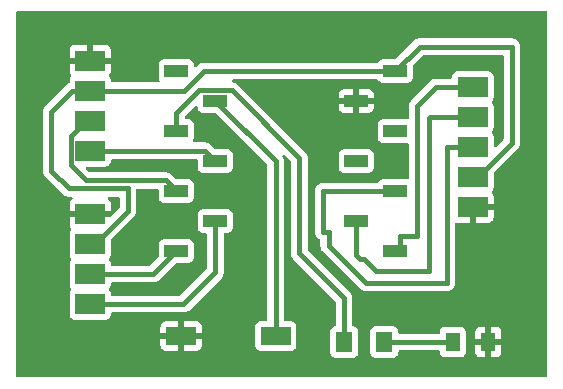
<source format=gbr>
%TF.GenerationSoftware,KiCad,Pcbnew,9.0.0*%
%TF.CreationDate,2025-06-16T13:17:37+03:00*%
%TF.ProjectId,fablab,6661626c-6162-42e6-9b69-6361645f7063,rev?*%
%TF.SameCoordinates,Original*%
%TF.FileFunction,Copper,L1,Top*%
%TF.FilePolarity,Positive*%
%FSLAX46Y46*%
G04 Gerber Fmt 4.6, Leading zero omitted, Abs format (unit mm)*
G04 Created by KiCad (PCBNEW 9.0.0) date 2025-06-16 13:17:37*
%MOMM*%
%LPD*%
G01*
G04 APERTURE LIST*
%TA.AperFunction,SMDPad,CuDef*%
%ADD10R,2.500000X1.700000*%
%TD*%
%TA.AperFunction,SMDPad,CuDef*%
%ADD11R,1.400000X1.700000*%
%TD*%
%TA.AperFunction,SMDPad,CuDef*%
%ADD12R,2.500000X1.500000*%
%TD*%
%TA.AperFunction,SMDPad,CuDef*%
%ADD13R,1.200000X1.600000*%
%TD*%
%TA.AperFunction,SMDPad,CuDef*%
%ADD14R,2.000000X1.000000*%
%TD*%
%TA.AperFunction,Conductor*%
%ADD15C,0.400000*%
%TD*%
G04 APERTURE END LIST*
D10*
%TO.P,J4,1,Pin_1*%
%TO.N,D7*%
X161700000Y-27400000D03*
%TO.P,J4,2,Pin_2*%
%TO.N,D8*%
X161700000Y-29940000D03*
%TO.P,J4,3,Pin_3*%
%TO.N,D9*%
X161700000Y-32480000D03*
%TO.P,J4,4,Pin_4*%
%TO.N,5V_ESP*%
X161700000Y-35020000D03*
%TO.P,J4,5,Pin_5*%
%TO.N,GND*%
X161700000Y-37560000D03*
%TD*%
D11*
%TO.P,D1,2,A*%
%TO.N,Net-(D1-A)*%
X154200000Y-49000000D03*
%TO.P,D1,1,K*%
%TO.N,D2*%
X150800000Y-49000000D03*
%TD*%
D12*
%TO.P,SW1,1,1*%
%TO.N,GND*%
X137000000Y-48500000D03*
%TO.P,SW1,2,2*%
%TO.N,D1*%
X145000000Y-48500000D03*
%TD*%
D13*
%TO.P,R1,1*%
%TO.N,Net-(D1-A)*%
X160000000Y-49000000D03*
%TO.P,R1,2*%
%TO.N,GND*%
X163000000Y-49000000D03*
%TD*%
D14*
%TO.P,M1,1,D0*%
%TO.N,unconnected-(M1-D0-Pad1)*%
X136595000Y-26070000D03*
%TO.P,M1,2,D1*%
%TO.N,D1*%
X139895000Y-28610000D03*
%TO.P,M1,3,D2*%
%TO.N,D2*%
X136595000Y-31150000D03*
%TO.P,M1,4,D3*%
%TO.N,D3*%
X139895000Y-33690000D03*
%TO.P,M1,5,D4*%
%TO.N,D4*%
X136595000Y-36230000D03*
%TO.P,M1,6,D5*%
%TO.N,D5*%
X139895000Y-38770000D03*
%TO.P,M1,7,D6*%
%TO.N,D6*%
X136595000Y-41310000D03*
%TO.P,M1,8,D7*%
%TO.N,D7*%
X155135000Y-41310000D03*
%TO.P,M1,9,D8*%
%TO.N,D8*%
X151835000Y-38770000D03*
%TO.P,M1,10,D9*%
%TO.N,D9*%
X155135000Y-36230000D03*
%TO.P,M1,11,D10*%
%TO.N,unconnected-(M1-D10-Pad11)*%
X151835000Y-33690000D03*
%TO.P,M1,12,3V3*%
%TO.N,3V3_ESP*%
X155135000Y-31150000D03*
%TO.P,M1,13,GND*%
%TO.N,GND*%
X151835000Y-28610000D03*
%TO.P,M1,14,5V*%
%TO.N,5V_ESP*%
X155135000Y-26070000D03*
%TD*%
D10*
%TO.P,J3,1,Pin_1*%
%TO.N,D5*%
X129300000Y-45800000D03*
%TO.P,J3,2,Pin_2*%
%TO.N,D6*%
X129300000Y-43260000D03*
%TO.P,J3,3,Pin_3*%
%TO.N,5V_ESP*%
X129300000Y-40720000D03*
%TO.P,J3,4,Pin_4*%
%TO.N,GND*%
X129300000Y-38180000D03*
%TD*%
%TO.P,J1,1,Pin_1*%
%TO.N,D3*%
X129300000Y-32800000D03*
%TO.P,J1,2,Pin_2*%
%TO.N,D4*%
X129300000Y-30260000D03*
%TO.P,J1,3,Pin_3*%
%TO.N,5V_ESP*%
X129300000Y-27720000D03*
%TO.P,J1,4,Pin_4*%
%TO.N,GND*%
X129300000Y-25180000D03*
%TD*%
D15*
%TO.N,D9*%
X149000000Y-36230000D02*
X155135000Y-36230000D01*
X149500000Y-39671000D02*
X149000000Y-39671000D01*
X149500000Y-40849942D02*
X149500000Y-39671000D01*
X152650058Y-44000000D02*
X149500000Y-40849942D01*
X159500000Y-44000000D02*
X152650058Y-44000000D01*
X159500000Y-32500000D02*
X159500000Y-44000000D01*
X159520000Y-32480000D02*
X159500000Y-32500000D01*
X161700000Y-32480000D02*
X159520000Y-32480000D01*
X149000000Y-39671000D02*
X149000000Y-36230000D01*
%TO.N,D2*%
X150800000Y-45300000D02*
X150800000Y-49000000D01*
X147000000Y-33413000D02*
X147000000Y-41500000D01*
X136595000Y-29608000D02*
X138494000Y-27709000D01*
X138494000Y-27709000D02*
X141296000Y-27709000D01*
X141296000Y-27709000D02*
X147000000Y-33413000D01*
X136595000Y-31150000D02*
X136595000Y-29608000D01*
X147000000Y-41500000D02*
X150800000Y-45300000D01*
%TO.N,D8*%
X151835000Y-41665000D02*
X151835000Y-38770000D01*
X153500000Y-43000000D02*
X152500000Y-42000000D01*
X152500000Y-42000000D02*
X152170000Y-42000000D01*
X158000000Y-43000000D02*
X153500000Y-43000000D01*
X158000000Y-30000000D02*
X158000000Y-43000000D01*
X152170000Y-42000000D02*
X151835000Y-41665000D01*
X158060000Y-29940000D02*
X158000000Y-30000000D01*
X161700000Y-29940000D02*
X158060000Y-29940000D01*
%TO.N,D7*%
X155500000Y-40000000D02*
X155500000Y-40945000D01*
X155500000Y-40945000D02*
X155135000Y-41310000D01*
X157000000Y-40000000D02*
X155500000Y-40000000D01*
X157000000Y-29000000D02*
X157000000Y-40000000D01*
X158600000Y-27400000D02*
X157000000Y-29000000D01*
X161700000Y-27400000D02*
X158600000Y-27400000D01*
%TO.N,5V_ESP*%
X162100000Y-35020000D02*
X161700000Y-35020000D01*
X157205000Y-24000000D02*
X165000000Y-24000000D01*
X165000000Y-24000000D02*
X165000000Y-32120000D01*
X155135000Y-26070000D02*
X157205000Y-24000000D01*
X165000000Y-32120000D02*
X162100000Y-35020000D01*
X126000000Y-34500000D02*
X126000000Y-29500000D01*
X126000000Y-29500000D02*
X127780000Y-27720000D01*
X127500000Y-36000000D02*
X126000000Y-34500000D01*
X132500000Y-36000000D02*
X127500000Y-36000000D01*
X127780000Y-27720000D02*
X129300000Y-27720000D01*
X132500000Y-37920000D02*
X132500000Y-36000000D01*
X129700000Y-40720000D02*
X132500000Y-37920000D01*
X129300000Y-40720000D02*
X129700000Y-40720000D01*
%TO.N,Net-(D1-A)*%
X154200000Y-49000000D02*
X160000000Y-49000000D01*
%TO.N,D9*%
X162062000Y-32480000D02*
X161700000Y-32480000D01*
%TO.N,D4*%
X127649000Y-34051000D02*
X128928000Y-35330000D01*
X128928000Y-35330000D02*
X135695000Y-35330000D01*
X127649000Y-31549000D02*
X127649000Y-34051000D01*
X128938000Y-30260000D02*
X127649000Y-31549000D01*
X129300000Y-30260000D02*
X128938000Y-30260000D01*
X135695000Y-35330000D02*
X136595000Y-36230000D01*
%TO.N,D6*%
X134645000Y-43260000D02*
X136595000Y-41310000D01*
X129300000Y-43260000D02*
X134645000Y-43260000D01*
%TO.N,D5*%
X139895000Y-43105000D02*
X139895000Y-38770000D01*
X137200000Y-45800000D02*
X139895000Y-43105000D01*
X129300000Y-45800000D02*
X137200000Y-45800000D01*
%TO.N,GND*%
X129662000Y-38180000D02*
X129300000Y-38180000D01*
%TO.N,5V_ESP*%
X161338000Y-35020000D02*
X161700000Y-35020000D01*
X138897000Y-26070000D02*
X155135000Y-26070000D01*
X129300000Y-27720000D02*
X137247000Y-27720000D01*
X137247000Y-27720000D02*
X138897000Y-26070000D01*
%TO.N,D3*%
X139005000Y-32800000D02*
X129300000Y-32800000D01*
X139895000Y-33690000D02*
X139005000Y-32800000D01*
%TO.N,D1*%
X145000000Y-33715000D02*
X139895000Y-28610000D01*
X145000000Y-48500000D02*
X145000000Y-33715000D01*
%TD*%
%TA.AperFunction,Conductor*%
%TO.N,GND*%
G36*
X167942539Y-21020185D02*
G01*
X167988294Y-21072989D01*
X167999500Y-21124500D01*
X167999500Y-51875500D01*
X167979815Y-51942539D01*
X167927011Y-51988294D01*
X167875500Y-51999500D01*
X123124500Y-51999500D01*
X123057461Y-51979815D01*
X123011706Y-51927011D01*
X123000500Y-51875500D01*
X123000500Y-49297844D01*
X135250000Y-49297844D01*
X135256401Y-49357372D01*
X135256403Y-49357379D01*
X135306645Y-49492086D01*
X135306649Y-49492093D01*
X135392809Y-49607187D01*
X135392812Y-49607190D01*
X135507906Y-49693350D01*
X135507913Y-49693354D01*
X135642620Y-49743596D01*
X135642627Y-49743598D01*
X135702155Y-49749999D01*
X135702172Y-49750000D01*
X136750000Y-49750000D01*
X137250000Y-49750000D01*
X138297828Y-49750000D01*
X138297844Y-49749999D01*
X138357372Y-49743598D01*
X138357379Y-49743596D01*
X138492086Y-49693354D01*
X138492093Y-49693350D01*
X138607187Y-49607190D01*
X138607190Y-49607187D01*
X138693350Y-49492093D01*
X138693354Y-49492086D01*
X138743596Y-49357379D01*
X138743598Y-49357372D01*
X138749999Y-49297844D01*
X138750000Y-49297827D01*
X138750000Y-48750000D01*
X137250000Y-48750000D01*
X137250000Y-49750000D01*
X136750000Y-49750000D01*
X136750000Y-48750000D01*
X135250000Y-48750000D01*
X135250000Y-49297844D01*
X123000500Y-49297844D01*
X123000500Y-47702155D01*
X135250000Y-47702155D01*
X135250000Y-48250000D01*
X136750000Y-48250000D01*
X137250000Y-48250000D01*
X138750000Y-48250000D01*
X138750000Y-47702172D01*
X138749999Y-47702155D01*
X138743598Y-47642627D01*
X138743596Y-47642620D01*
X138693354Y-47507913D01*
X138693350Y-47507906D01*
X138607190Y-47392812D01*
X138607187Y-47392809D01*
X138492093Y-47306649D01*
X138492086Y-47306645D01*
X138357379Y-47256403D01*
X138357372Y-47256401D01*
X138297844Y-47250000D01*
X137250000Y-47250000D01*
X137250000Y-48250000D01*
X136750000Y-48250000D01*
X136750000Y-47250000D01*
X135702155Y-47250000D01*
X135642627Y-47256401D01*
X135642620Y-47256403D01*
X135507913Y-47306645D01*
X135507906Y-47306649D01*
X135392812Y-47392809D01*
X135392809Y-47392812D01*
X135306649Y-47507906D01*
X135306645Y-47507913D01*
X135256403Y-47642620D01*
X135256401Y-47642627D01*
X135250000Y-47702155D01*
X123000500Y-47702155D01*
X123000500Y-34568996D01*
X125299499Y-34568996D01*
X125326418Y-34704322D01*
X125326421Y-34704332D01*
X125379222Y-34831807D01*
X125455887Y-34946545D01*
X125455888Y-34946546D01*
X126955886Y-36446542D01*
X127053458Y-36544114D01*
X127053459Y-36544115D01*
X127168182Y-36620771D01*
X127168186Y-36620773D01*
X127168189Y-36620775D01*
X127242866Y-36651707D01*
X127295671Y-36673580D01*
X127322591Y-36678934D01*
X127419630Y-36698237D01*
X127431006Y-36700500D01*
X127431007Y-36700500D01*
X127684015Y-36700500D01*
X127751054Y-36720185D01*
X127796809Y-36772989D01*
X127806753Y-36842147D01*
X127777728Y-36905703D01*
X127758326Y-36923767D01*
X127692809Y-36972813D01*
X127606649Y-37087906D01*
X127606645Y-37087913D01*
X127556403Y-37222620D01*
X127556401Y-37222627D01*
X127550000Y-37282155D01*
X127550000Y-37930000D01*
X131050000Y-37930000D01*
X131050000Y-37282172D01*
X131049999Y-37282155D01*
X131043598Y-37222627D01*
X131043596Y-37222620D01*
X130993354Y-37087913D01*
X130993350Y-37087906D01*
X130907190Y-36972813D01*
X130841674Y-36923767D01*
X130799803Y-36867833D01*
X130794819Y-36798141D01*
X130828304Y-36736818D01*
X130889628Y-36703334D01*
X130915985Y-36700500D01*
X131675500Y-36700500D01*
X131742539Y-36720185D01*
X131788294Y-36772989D01*
X131799500Y-36824500D01*
X131799500Y-37578481D01*
X131779815Y-37645520D01*
X131763181Y-37666162D01*
X131035662Y-38393681D01*
X130974339Y-38427166D01*
X130947981Y-38430000D01*
X127550000Y-38430000D01*
X127550000Y-39077844D01*
X127556401Y-39137372D01*
X127556403Y-39137379D01*
X127606645Y-39272086D01*
X127606646Y-39272088D01*
X127683890Y-39375272D01*
X127708307Y-39440736D01*
X127693456Y-39509009D01*
X127683890Y-39523894D01*
X127606204Y-39627669D01*
X127606202Y-39627671D01*
X127555908Y-39762517D01*
X127549501Y-39822116D01*
X127549500Y-39822135D01*
X127549500Y-41617870D01*
X127549501Y-41617876D01*
X127555908Y-41677483D01*
X127606202Y-41812328D01*
X127606203Y-41812330D01*
X127683578Y-41915689D01*
X127707995Y-41981153D01*
X127693144Y-42049426D01*
X127683578Y-42064311D01*
X127606203Y-42167669D01*
X127606202Y-42167671D01*
X127555908Y-42302517D01*
X127551146Y-42346818D01*
X127549501Y-42362123D01*
X127549500Y-42362135D01*
X127549500Y-44157870D01*
X127549501Y-44157876D01*
X127555908Y-44217483D01*
X127606202Y-44352328D01*
X127606203Y-44352330D01*
X127606204Y-44352331D01*
X127676730Y-44446542D01*
X127683578Y-44455689D01*
X127707995Y-44521153D01*
X127693144Y-44589426D01*
X127683578Y-44604311D01*
X127606203Y-44707669D01*
X127606202Y-44707671D01*
X127555908Y-44842517D01*
X127549501Y-44902116D01*
X127549501Y-44902123D01*
X127549500Y-44902135D01*
X127549500Y-46697870D01*
X127549501Y-46697876D01*
X127555908Y-46757483D01*
X127606202Y-46892328D01*
X127606206Y-46892335D01*
X127692452Y-47007544D01*
X127692455Y-47007547D01*
X127807664Y-47093793D01*
X127807671Y-47093797D01*
X127942517Y-47144091D01*
X127942516Y-47144091D01*
X127949444Y-47144835D01*
X128002127Y-47150500D01*
X130597872Y-47150499D01*
X130657483Y-47144091D01*
X130792331Y-47093796D01*
X130907546Y-47007546D01*
X130993796Y-46892331D01*
X131044091Y-46757483D01*
X131050500Y-46697873D01*
X131050500Y-46624500D01*
X131070185Y-46557461D01*
X131122989Y-46511706D01*
X131174500Y-46500500D01*
X137268996Y-46500500D01*
X137360040Y-46482389D01*
X137404328Y-46473580D01*
X137468069Y-46447177D01*
X137531807Y-46420777D01*
X137531808Y-46420776D01*
X137531811Y-46420775D01*
X137646543Y-46344114D01*
X140439114Y-43551543D01*
X140515775Y-43436811D01*
X140568580Y-43309328D01*
X140595500Y-43173994D01*
X140595500Y-43036006D01*
X140595500Y-39894499D01*
X140615185Y-39827460D01*
X140667989Y-39781705D01*
X140719500Y-39770499D01*
X140942871Y-39770499D01*
X140942872Y-39770499D01*
X141002483Y-39764091D01*
X141137331Y-39713796D01*
X141252546Y-39627546D01*
X141338796Y-39512331D01*
X141389091Y-39377483D01*
X141395500Y-39317873D01*
X141395499Y-38222128D01*
X141389091Y-38162517D01*
X141374847Y-38124328D01*
X141338797Y-38027671D01*
X141338793Y-38027664D01*
X141252547Y-37912455D01*
X141252544Y-37912452D01*
X141137335Y-37826206D01*
X141137328Y-37826202D01*
X141002482Y-37775908D01*
X141002483Y-37775908D01*
X140942883Y-37769501D01*
X140942881Y-37769500D01*
X140942873Y-37769500D01*
X140942864Y-37769500D01*
X138847129Y-37769500D01*
X138847123Y-37769501D01*
X138787516Y-37775908D01*
X138652671Y-37826202D01*
X138652664Y-37826206D01*
X138537455Y-37912452D01*
X138537452Y-37912455D01*
X138451206Y-38027664D01*
X138451202Y-38027671D01*
X138400908Y-38162517D01*
X138394501Y-38222116D01*
X138394501Y-38222123D01*
X138394500Y-38222135D01*
X138394500Y-39317870D01*
X138394501Y-39317876D01*
X138400908Y-39377483D01*
X138451202Y-39512328D01*
X138451206Y-39512335D01*
X138537452Y-39627544D01*
X138537455Y-39627547D01*
X138652664Y-39713793D01*
X138652671Y-39713797D01*
X138697618Y-39730561D01*
X138787517Y-39764091D01*
X138847127Y-39770500D01*
X139070500Y-39770499D01*
X139137539Y-39790183D01*
X139183294Y-39842987D01*
X139194500Y-39894499D01*
X139194500Y-42763481D01*
X139174815Y-42830520D01*
X139158181Y-42851162D01*
X136946162Y-45063181D01*
X136884839Y-45096666D01*
X136858481Y-45099500D01*
X131174499Y-45099500D01*
X131107460Y-45079815D01*
X131061705Y-45027011D01*
X131050499Y-44975500D01*
X131050499Y-44902129D01*
X131050498Y-44902123D01*
X131050497Y-44902116D01*
X131044091Y-44842517D01*
X130993796Y-44707669D01*
X130916421Y-44604309D01*
X130892004Y-44538848D01*
X130906855Y-44470575D01*
X130916416Y-44455696D01*
X130993796Y-44352331D01*
X131044091Y-44217483D01*
X131050500Y-44157873D01*
X131050500Y-44084500D01*
X131070185Y-44017461D01*
X131122989Y-43971706D01*
X131174500Y-43960500D01*
X134713996Y-43960500D01*
X134805040Y-43942389D01*
X134849328Y-43933580D01*
X134913069Y-43907177D01*
X134976807Y-43880777D01*
X134976808Y-43880776D01*
X134976811Y-43880775D01*
X135091543Y-43804114D01*
X136548837Y-42346817D01*
X136610160Y-42313333D01*
X136636518Y-42310499D01*
X137642871Y-42310499D01*
X137642872Y-42310499D01*
X137702483Y-42304091D01*
X137837331Y-42253796D01*
X137952546Y-42167546D01*
X138038796Y-42052331D01*
X138089091Y-41917483D01*
X138095500Y-41857873D01*
X138095499Y-40762128D01*
X138089091Y-40702517D01*
X138078298Y-40673580D01*
X138038797Y-40567671D01*
X138038793Y-40567664D01*
X137952547Y-40452455D01*
X137952544Y-40452452D01*
X137837335Y-40366206D01*
X137837328Y-40366202D01*
X137702482Y-40315908D01*
X137702483Y-40315908D01*
X137642883Y-40309501D01*
X137642881Y-40309500D01*
X137642873Y-40309500D01*
X137642864Y-40309500D01*
X135547129Y-40309500D01*
X135547123Y-40309501D01*
X135487516Y-40315908D01*
X135352671Y-40366202D01*
X135352664Y-40366206D01*
X135237455Y-40452452D01*
X135237452Y-40452455D01*
X135151206Y-40567664D01*
X135151202Y-40567671D01*
X135100908Y-40702517D01*
X135094501Y-40762116D01*
X135094501Y-40762123D01*
X135094500Y-40762135D01*
X135094500Y-41768480D01*
X135074815Y-41835519D01*
X135058181Y-41856161D01*
X134391162Y-42523181D01*
X134329839Y-42556666D01*
X134303481Y-42559500D01*
X131174499Y-42559500D01*
X131107460Y-42539815D01*
X131061705Y-42487011D01*
X131050499Y-42435500D01*
X131050499Y-42362129D01*
X131050498Y-42362123D01*
X131050497Y-42362116D01*
X131044091Y-42302517D01*
X131038786Y-42288294D01*
X130993797Y-42167671D01*
X130993795Y-42167668D01*
X130916421Y-42064309D01*
X130892004Y-41998848D01*
X130906855Y-41930575D01*
X130916416Y-41915696D01*
X130993796Y-41812331D01*
X131044091Y-41677483D01*
X131050500Y-41617873D01*
X131050499Y-40411517D01*
X131070184Y-40344479D01*
X131086813Y-40323842D01*
X133044114Y-38366543D01*
X133120775Y-38251811D01*
X133133071Y-38222127D01*
X133173578Y-38124332D01*
X133173580Y-38124328D01*
X133200500Y-37988994D01*
X133200500Y-37851006D01*
X133200500Y-36154500D01*
X133220185Y-36087461D01*
X133272989Y-36041706D01*
X133324500Y-36030500D01*
X134970500Y-36030500D01*
X135037539Y-36050185D01*
X135083294Y-36102989D01*
X135094500Y-36154500D01*
X135094500Y-36777870D01*
X135094501Y-36777876D01*
X135100908Y-36837483D01*
X135151202Y-36972328D01*
X135151206Y-36972335D01*
X135237452Y-37087544D01*
X135237455Y-37087547D01*
X135352664Y-37173793D01*
X135352671Y-37173797D01*
X135487517Y-37224091D01*
X135487516Y-37224091D01*
X135494444Y-37224835D01*
X135547127Y-37230500D01*
X137642872Y-37230499D01*
X137702483Y-37224091D01*
X137837331Y-37173796D01*
X137952546Y-37087546D01*
X138038796Y-36972331D01*
X138089091Y-36837483D01*
X138095500Y-36777873D01*
X138095499Y-35682128D01*
X138089091Y-35622517D01*
X138084133Y-35609225D01*
X138038797Y-35487671D01*
X138038793Y-35487664D01*
X137952547Y-35372455D01*
X137952544Y-35372452D01*
X137837335Y-35286206D01*
X137837328Y-35286202D01*
X137702482Y-35235908D01*
X137702483Y-35235908D01*
X137642883Y-35229501D01*
X137642881Y-35229500D01*
X137642873Y-35229500D01*
X137642865Y-35229500D01*
X136636519Y-35229500D01*
X136569480Y-35209815D01*
X136548838Y-35193181D01*
X136141546Y-34785888D01*
X136141545Y-34785887D01*
X136026807Y-34709222D01*
X135899332Y-34656421D01*
X135899322Y-34656418D01*
X135763996Y-34629500D01*
X135763994Y-34629500D01*
X135763993Y-34629500D01*
X129269519Y-34629500D01*
X129202480Y-34609815D01*
X129181838Y-34593181D01*
X128950837Y-34362180D01*
X128917352Y-34300857D01*
X128922336Y-34231165D01*
X128964208Y-34175232D01*
X129029672Y-34150815D01*
X129038518Y-34150499D01*
X130597871Y-34150499D01*
X130597872Y-34150499D01*
X130657483Y-34144091D01*
X130792331Y-34093796D01*
X130907546Y-34007546D01*
X130993796Y-33892331D01*
X131044091Y-33757483D01*
X131050500Y-33697873D01*
X131050500Y-33624500D01*
X131070185Y-33557461D01*
X131122989Y-33511706D01*
X131174500Y-33500500D01*
X138270500Y-33500500D01*
X138337539Y-33520185D01*
X138383294Y-33572989D01*
X138394500Y-33624500D01*
X138394500Y-34237870D01*
X138394501Y-34237876D01*
X138400908Y-34297483D01*
X138451202Y-34432328D01*
X138451206Y-34432335D01*
X138537452Y-34547544D01*
X138537455Y-34547547D01*
X138652664Y-34633793D01*
X138652671Y-34633797D01*
X138787517Y-34684091D01*
X138787516Y-34684091D01*
X138794444Y-34684835D01*
X138847127Y-34690500D01*
X140942872Y-34690499D01*
X141002483Y-34684091D01*
X141137331Y-34633796D01*
X141252546Y-34547546D01*
X141338796Y-34432331D01*
X141389091Y-34297483D01*
X141395500Y-34237873D01*
X141395499Y-33142128D01*
X141389091Y-33082517D01*
X141388594Y-33081185D01*
X141338797Y-32947671D01*
X141338793Y-32947664D01*
X141252547Y-32832455D01*
X141252544Y-32832452D01*
X141137335Y-32746206D01*
X141137328Y-32746202D01*
X141002482Y-32695908D01*
X141002483Y-32695908D01*
X140942883Y-32689501D01*
X140942881Y-32689500D01*
X140942873Y-32689500D01*
X140942865Y-32689500D01*
X139936519Y-32689500D01*
X139869480Y-32669815D01*
X139848838Y-32653181D01*
X139451546Y-32255888D01*
X139451545Y-32255887D01*
X139336807Y-32179222D01*
X139209332Y-32126421D01*
X139209322Y-32126418D01*
X139073996Y-32099500D01*
X139073994Y-32099500D01*
X139073993Y-32099500D01*
X138131432Y-32099500D01*
X138064393Y-32079815D01*
X138018638Y-32027011D01*
X138008694Y-31957853D01*
X138032165Y-31901190D01*
X138035679Y-31896494D01*
X138038796Y-31892331D01*
X138089091Y-31757483D01*
X138095500Y-31697873D01*
X138095499Y-30602128D01*
X138089091Y-30542517D01*
X138038796Y-30407669D01*
X138038795Y-30407668D01*
X138038793Y-30407664D01*
X137952547Y-30292455D01*
X137952544Y-30292452D01*
X137837335Y-30206206D01*
X137837328Y-30206202D01*
X137702482Y-30155908D01*
X137702483Y-30155908D01*
X137642883Y-30149501D01*
X137642881Y-30149500D01*
X137642873Y-30149500D01*
X137642865Y-30149500D01*
X137419500Y-30149500D01*
X137410814Y-30146949D01*
X137401853Y-30148238D01*
X137377812Y-30137259D01*
X137352461Y-30129815D01*
X137346533Y-30122974D01*
X137338297Y-30119213D01*
X137324007Y-30096978D01*
X137306706Y-30077011D01*
X137304418Y-30066496D01*
X137300523Y-30060435D01*
X137295500Y-30025500D01*
X137295500Y-29949518D01*
X137315185Y-29882479D01*
X137331814Y-29861841D01*
X138182821Y-29010834D01*
X138244142Y-28977351D01*
X138313833Y-28982335D01*
X138369767Y-29024207D01*
X138394184Y-29089671D01*
X138394500Y-29098515D01*
X138394500Y-29157869D01*
X138394501Y-29157876D01*
X138400908Y-29217483D01*
X138451202Y-29352328D01*
X138451206Y-29352335D01*
X138537452Y-29467544D01*
X138537455Y-29467547D01*
X138652664Y-29553793D01*
X138652671Y-29553797D01*
X138787517Y-29604091D01*
X138787516Y-29604091D01*
X138794444Y-29604835D01*
X138847127Y-29610500D01*
X139853480Y-29610499D01*
X139920519Y-29630183D01*
X139941161Y-29646818D01*
X144263181Y-33968838D01*
X144296666Y-34030161D01*
X144299500Y-34056519D01*
X144299500Y-47125500D01*
X144279815Y-47192539D01*
X144227011Y-47238294D01*
X144175500Y-47249500D01*
X143702129Y-47249500D01*
X143702123Y-47249501D01*
X143642516Y-47255908D01*
X143507671Y-47306202D01*
X143507664Y-47306206D01*
X143392455Y-47392452D01*
X143392452Y-47392455D01*
X143306206Y-47507664D01*
X143306202Y-47507671D01*
X143255908Y-47642517D01*
X143249501Y-47702116D01*
X143249501Y-47702123D01*
X143249500Y-47702135D01*
X143249500Y-49297870D01*
X143249501Y-49297876D01*
X143255908Y-49357483D01*
X143306202Y-49492328D01*
X143306206Y-49492335D01*
X143392452Y-49607544D01*
X143392455Y-49607547D01*
X143507664Y-49693793D01*
X143507671Y-49693797D01*
X143642517Y-49744091D01*
X143642516Y-49744091D01*
X143649444Y-49744835D01*
X143702127Y-49750500D01*
X146297872Y-49750499D01*
X146357483Y-49744091D01*
X146492331Y-49693796D01*
X146607546Y-49607546D01*
X146693796Y-49492331D01*
X146744091Y-49357483D01*
X146750500Y-49297873D01*
X146750499Y-47702128D01*
X146744091Y-47642517D01*
X146739262Y-47629571D01*
X146693797Y-47507671D01*
X146693793Y-47507664D01*
X146607547Y-47392455D01*
X146607544Y-47392452D01*
X146492335Y-47306206D01*
X146492328Y-47306202D01*
X146357482Y-47255908D01*
X146357483Y-47255908D01*
X146297883Y-47249501D01*
X146297881Y-47249500D01*
X146297873Y-47249500D01*
X146297865Y-47249500D01*
X145824500Y-47249500D01*
X145757461Y-47229815D01*
X145711706Y-47177011D01*
X145700500Y-47125500D01*
X145700500Y-33646004D01*
X145673581Y-33510677D01*
X145673580Y-33510676D01*
X145673580Y-33510672D01*
X145661701Y-33481994D01*
X145620775Y-33383189D01*
X145593134Y-33341822D01*
X145589449Y-33334259D01*
X145584960Y-33307774D01*
X145576937Y-33282149D01*
X145579212Y-33273854D01*
X145577775Y-33265371D01*
X145588317Y-33240665D01*
X145595422Y-33214769D01*
X145601821Y-33209020D01*
X145605198Y-33201108D01*
X145627418Y-33186027D01*
X145647400Y-33168079D01*
X145655892Y-33166702D01*
X145663011Y-33161872D01*
X145689858Y-33161198D01*
X145716370Y-33156903D01*
X145724258Y-33160336D01*
X145732859Y-33160121D01*
X145755810Y-33174070D01*
X145780434Y-33184789D01*
X145788598Y-33192255D01*
X146263181Y-33666838D01*
X146296666Y-33728161D01*
X146299500Y-33754519D01*
X146299500Y-41431006D01*
X146299500Y-41568994D01*
X146299500Y-41568996D01*
X146299499Y-41568996D01*
X146326418Y-41704322D01*
X146326421Y-41704332D01*
X146379222Y-41831807D01*
X146455887Y-41946545D01*
X146455888Y-41946546D01*
X150063181Y-45553838D01*
X150096666Y-45615161D01*
X150099500Y-45641519D01*
X150099500Y-47533023D01*
X150079815Y-47600062D01*
X150027011Y-47645817D01*
X149999865Y-47653266D01*
X150000068Y-47654124D01*
X149992520Y-47655907D01*
X149857671Y-47706202D01*
X149857664Y-47706206D01*
X149742455Y-47792452D01*
X149742452Y-47792455D01*
X149656206Y-47907664D01*
X149656202Y-47907671D01*
X149605908Y-48042517D01*
X149600533Y-48092516D01*
X149599501Y-48102123D01*
X149599500Y-48102135D01*
X149599500Y-49897870D01*
X149599501Y-49897876D01*
X149605908Y-49957483D01*
X149656202Y-50092328D01*
X149656206Y-50092335D01*
X149742452Y-50207544D01*
X149742455Y-50207547D01*
X149857664Y-50293793D01*
X149857671Y-50293797D01*
X149992517Y-50344091D01*
X149992516Y-50344091D01*
X149999444Y-50344835D01*
X150052127Y-50350500D01*
X151547872Y-50350499D01*
X151607483Y-50344091D01*
X151742331Y-50293796D01*
X151857546Y-50207546D01*
X151943796Y-50092331D01*
X151994091Y-49957483D01*
X152000500Y-49897873D01*
X152000499Y-48102135D01*
X152999500Y-48102135D01*
X152999500Y-49897870D01*
X152999501Y-49897876D01*
X153005908Y-49957483D01*
X153056202Y-50092328D01*
X153056206Y-50092335D01*
X153142452Y-50207544D01*
X153142455Y-50207547D01*
X153257664Y-50293793D01*
X153257671Y-50293797D01*
X153392517Y-50344091D01*
X153392516Y-50344091D01*
X153399444Y-50344835D01*
X153452127Y-50350500D01*
X154947872Y-50350499D01*
X155007483Y-50344091D01*
X155142331Y-50293796D01*
X155257546Y-50207546D01*
X155343796Y-50092331D01*
X155394091Y-49957483D01*
X155400500Y-49897873D01*
X155400500Y-49824500D01*
X155420185Y-49757461D01*
X155472989Y-49711706D01*
X155524500Y-49700500D01*
X158775501Y-49700500D01*
X158842540Y-49720185D01*
X158888295Y-49772989D01*
X158899501Y-49824500D01*
X158899501Y-49847876D01*
X158905908Y-49907483D01*
X158956202Y-50042328D01*
X158956206Y-50042335D01*
X159042452Y-50157544D01*
X159042455Y-50157547D01*
X159157664Y-50243793D01*
X159157671Y-50243797D01*
X159292517Y-50294091D01*
X159292516Y-50294091D01*
X159299444Y-50294835D01*
X159352127Y-50300500D01*
X160647872Y-50300499D01*
X160707483Y-50294091D01*
X160842331Y-50243796D01*
X160957546Y-50157546D01*
X161043796Y-50042331D01*
X161094091Y-49907483D01*
X161100500Y-49847873D01*
X161100500Y-49847844D01*
X161900000Y-49847844D01*
X161906401Y-49907372D01*
X161906403Y-49907379D01*
X161956645Y-50042086D01*
X161956649Y-50042093D01*
X162042809Y-50157187D01*
X162042812Y-50157190D01*
X162157906Y-50243350D01*
X162157913Y-50243354D01*
X162292620Y-50293596D01*
X162292627Y-50293598D01*
X162352155Y-50299999D01*
X162352172Y-50300000D01*
X162750000Y-50300000D01*
X163250000Y-50300000D01*
X163647828Y-50300000D01*
X163647844Y-50299999D01*
X163707372Y-50293598D01*
X163707379Y-50293596D01*
X163842086Y-50243354D01*
X163842093Y-50243350D01*
X163957187Y-50157190D01*
X163957190Y-50157187D01*
X164043350Y-50042093D01*
X164043354Y-50042086D01*
X164093596Y-49907379D01*
X164093598Y-49907372D01*
X164099999Y-49847844D01*
X164100000Y-49847827D01*
X164100000Y-49250000D01*
X163250000Y-49250000D01*
X163250000Y-50300000D01*
X162750000Y-50300000D01*
X162750000Y-49250000D01*
X161900000Y-49250000D01*
X161900000Y-49847844D01*
X161100500Y-49847844D01*
X161100499Y-48750000D01*
X161100499Y-48152155D01*
X161900000Y-48152155D01*
X161900000Y-48750000D01*
X162750000Y-48750000D01*
X163250000Y-48750000D01*
X164100000Y-48750000D01*
X164100000Y-48152172D01*
X164099999Y-48152155D01*
X164093598Y-48092627D01*
X164093596Y-48092620D01*
X164043354Y-47957913D01*
X164043350Y-47957906D01*
X163957190Y-47842812D01*
X163957187Y-47842809D01*
X163842093Y-47756649D01*
X163842086Y-47756645D01*
X163707379Y-47706403D01*
X163707372Y-47706401D01*
X163647844Y-47700000D01*
X163250000Y-47700000D01*
X163250000Y-48750000D01*
X162750000Y-48750000D01*
X162750000Y-47700000D01*
X162352155Y-47700000D01*
X162292627Y-47706401D01*
X162292620Y-47706403D01*
X162157913Y-47756645D01*
X162157906Y-47756649D01*
X162042812Y-47842809D01*
X162042809Y-47842812D01*
X161956649Y-47957906D01*
X161956645Y-47957913D01*
X161906403Y-48092620D01*
X161906401Y-48092627D01*
X161900000Y-48152155D01*
X161100499Y-48152155D01*
X161100499Y-48152129D01*
X161100498Y-48152123D01*
X161100497Y-48152116D01*
X161094091Y-48092517D01*
X161075442Y-48042517D01*
X161043797Y-47957671D01*
X161043793Y-47957664D01*
X160957547Y-47842455D01*
X160957544Y-47842452D01*
X160842335Y-47756206D01*
X160842328Y-47756202D01*
X160707482Y-47705908D01*
X160707483Y-47705908D01*
X160647883Y-47699501D01*
X160647881Y-47699500D01*
X160647873Y-47699500D01*
X160647864Y-47699500D01*
X159352129Y-47699500D01*
X159352123Y-47699501D01*
X159292516Y-47705908D01*
X159157671Y-47756202D01*
X159157664Y-47756206D01*
X159042455Y-47842452D01*
X159042452Y-47842455D01*
X158956206Y-47957664D01*
X158956202Y-47957671D01*
X158905908Y-48092517D01*
X158899501Y-48152116D01*
X158899501Y-48152123D01*
X158899500Y-48152135D01*
X158899500Y-48175500D01*
X158879815Y-48242539D01*
X158827011Y-48288294D01*
X158775500Y-48299500D01*
X155524499Y-48299500D01*
X155457460Y-48279815D01*
X155411705Y-48227011D01*
X155400499Y-48175500D01*
X155400499Y-48102129D01*
X155400498Y-48102123D01*
X155400497Y-48102116D01*
X155394091Y-48042517D01*
X155343796Y-47907669D01*
X155343795Y-47907668D01*
X155343793Y-47907664D01*
X155257547Y-47792455D01*
X155257544Y-47792452D01*
X155142335Y-47706206D01*
X155142328Y-47706202D01*
X155007482Y-47655908D01*
X155007483Y-47655908D01*
X154947883Y-47649501D01*
X154947881Y-47649500D01*
X154947873Y-47649500D01*
X154947864Y-47649500D01*
X153452129Y-47649500D01*
X153452123Y-47649501D01*
X153392516Y-47655908D01*
X153257671Y-47706202D01*
X153257664Y-47706206D01*
X153142455Y-47792452D01*
X153142452Y-47792455D01*
X153056206Y-47907664D01*
X153056202Y-47907671D01*
X153005908Y-48042517D01*
X153000533Y-48092516D01*
X152999501Y-48102123D01*
X152999500Y-48102135D01*
X152000499Y-48102135D01*
X152000499Y-48102128D01*
X151994091Y-48042517D01*
X151943796Y-47907669D01*
X151943795Y-47907668D01*
X151943793Y-47907664D01*
X151857547Y-47792455D01*
X151857544Y-47792452D01*
X151742335Y-47706206D01*
X151742328Y-47706202D01*
X151607482Y-47655908D01*
X151599938Y-47654126D01*
X151600474Y-47651853D01*
X151546688Y-47629571D01*
X151506843Y-47572177D01*
X151500500Y-47533024D01*
X151500500Y-45231004D01*
X151473581Y-45095677D01*
X151473580Y-45095676D01*
X151473580Y-45095672D01*
X151445140Y-45027011D01*
X151420777Y-44968192D01*
X151344112Y-44853454D01*
X147736819Y-41246161D01*
X147703334Y-41184838D01*
X147700500Y-41158480D01*
X147700500Y-33344004D01*
X147673581Y-33208676D01*
X147673577Y-33208663D01*
X147664310Y-33186292D01*
X147664298Y-33186265D01*
X147659044Y-33173580D01*
X147659043Y-33173577D01*
X147646020Y-33142135D01*
X150334500Y-33142135D01*
X150334500Y-34237870D01*
X150334501Y-34237876D01*
X150340908Y-34297483D01*
X150391202Y-34432328D01*
X150391206Y-34432335D01*
X150477452Y-34547544D01*
X150477455Y-34547547D01*
X150592664Y-34633793D01*
X150592671Y-34633797D01*
X150727517Y-34684091D01*
X150727516Y-34684091D01*
X150734444Y-34684835D01*
X150787127Y-34690500D01*
X152882872Y-34690499D01*
X152942483Y-34684091D01*
X153077331Y-34633796D01*
X153192546Y-34547546D01*
X153278796Y-34432331D01*
X153329091Y-34297483D01*
X153335500Y-34237873D01*
X153335499Y-33142128D01*
X153329091Y-33082517D01*
X153328594Y-33081185D01*
X153278797Y-32947671D01*
X153278793Y-32947664D01*
X153192547Y-32832455D01*
X153192544Y-32832452D01*
X153077335Y-32746206D01*
X153077328Y-32746202D01*
X152942482Y-32695908D01*
X152942483Y-32695908D01*
X152882883Y-32689501D01*
X152882881Y-32689500D01*
X152882873Y-32689500D01*
X152882864Y-32689500D01*
X150787129Y-32689500D01*
X150787123Y-32689501D01*
X150727516Y-32695908D01*
X150592671Y-32746202D01*
X150592664Y-32746206D01*
X150477455Y-32832452D01*
X150477452Y-32832455D01*
X150391206Y-32947664D01*
X150391202Y-32947671D01*
X150340908Y-33082517D01*
X150334501Y-33142116D01*
X150334501Y-33142123D01*
X150334500Y-33142135D01*
X147646020Y-33142135D01*
X147620778Y-33081195D01*
X147620776Y-33081192D01*
X147620775Y-33081189D01*
X147544114Y-32966457D01*
X147544112Y-32966454D01*
X143735502Y-29157844D01*
X150335000Y-29157844D01*
X150341401Y-29217372D01*
X150341403Y-29217379D01*
X150391645Y-29352086D01*
X150391649Y-29352093D01*
X150477809Y-29467187D01*
X150477812Y-29467190D01*
X150592906Y-29553350D01*
X150592913Y-29553354D01*
X150727620Y-29603596D01*
X150727627Y-29603598D01*
X150787155Y-29609999D01*
X150787172Y-29610000D01*
X151585000Y-29610000D01*
X152085000Y-29610000D01*
X152882828Y-29610000D01*
X152882844Y-29609999D01*
X152942372Y-29603598D01*
X152942379Y-29603596D01*
X153077086Y-29553354D01*
X153077093Y-29553350D01*
X153192187Y-29467190D01*
X153192190Y-29467187D01*
X153278350Y-29352093D01*
X153278354Y-29352086D01*
X153328596Y-29217379D01*
X153328598Y-29217372D01*
X153334999Y-29157844D01*
X153335000Y-29157827D01*
X153335000Y-28860000D01*
X152085000Y-28860000D01*
X152085000Y-29610000D01*
X151585000Y-29610000D01*
X151585000Y-28860000D01*
X150335000Y-28860000D01*
X150335000Y-29157844D01*
X143735502Y-29157844D01*
X142639813Y-28062155D01*
X150335000Y-28062155D01*
X150335000Y-28360000D01*
X151585000Y-28360000D01*
X152085000Y-28360000D01*
X153335000Y-28360000D01*
X153335000Y-28062172D01*
X153334999Y-28062155D01*
X153328598Y-28002627D01*
X153328596Y-28002620D01*
X153278354Y-27867913D01*
X153278350Y-27867906D01*
X153192190Y-27752812D01*
X153192187Y-27752809D01*
X153077093Y-27666649D01*
X153077086Y-27666645D01*
X152942379Y-27616403D01*
X152942372Y-27616401D01*
X152882844Y-27610000D01*
X152085000Y-27610000D01*
X152085000Y-28360000D01*
X151585000Y-28360000D01*
X151585000Y-27610000D01*
X150787155Y-27610000D01*
X150727627Y-27616401D01*
X150727620Y-27616403D01*
X150592913Y-27666645D01*
X150592906Y-27666649D01*
X150477812Y-27752809D01*
X150477809Y-27752812D01*
X150391649Y-27867906D01*
X150391645Y-27867913D01*
X150341403Y-28002620D01*
X150341401Y-28002627D01*
X150335000Y-28062155D01*
X142639813Y-28062155D01*
X141742545Y-27164887D01*
X141627807Y-27088222D01*
X141500332Y-27035421D01*
X141500322Y-27035418D01*
X141403289Y-27016117D01*
X141341378Y-26983732D01*
X141306804Y-26923016D01*
X141310544Y-26853247D01*
X141351411Y-26796575D01*
X141416429Y-26770993D01*
X141427481Y-26770500D01*
X153597820Y-26770500D01*
X153664859Y-26790185D01*
X153697085Y-26820187D01*
X153777454Y-26927546D01*
X153803456Y-26947011D01*
X153892664Y-27013793D01*
X153892671Y-27013797D01*
X154027517Y-27064091D01*
X154027516Y-27064091D01*
X154034444Y-27064835D01*
X154087127Y-27070500D01*
X156182872Y-27070499D01*
X156242483Y-27064091D01*
X156377331Y-27013796D01*
X156492546Y-26927546D01*
X156578796Y-26812331D01*
X156629091Y-26677483D01*
X156635500Y-26617873D01*
X156635499Y-25611517D01*
X156655183Y-25544479D01*
X156671813Y-25523842D01*
X157458838Y-24736819D01*
X157520161Y-24703334D01*
X157546519Y-24700500D01*
X164175500Y-24700500D01*
X164242539Y-24720185D01*
X164288294Y-24772989D01*
X164299500Y-24824500D01*
X164299500Y-31778481D01*
X164279815Y-31845520D01*
X164263181Y-31866162D01*
X163662180Y-32467163D01*
X163600857Y-32500648D01*
X163531165Y-32495664D01*
X163475232Y-32453792D01*
X163450815Y-32388328D01*
X163450499Y-32379482D01*
X163450499Y-31582129D01*
X163450498Y-31582123D01*
X163450497Y-31582116D01*
X163444091Y-31522517D01*
X163434578Y-31497012D01*
X163393797Y-31387671D01*
X163393795Y-31387668D01*
X163316421Y-31284309D01*
X163292004Y-31218848D01*
X163306855Y-31150575D01*
X163316416Y-31135696D01*
X163393796Y-31032331D01*
X163444091Y-30897483D01*
X163450500Y-30837873D01*
X163450499Y-29042128D01*
X163444091Y-28982517D01*
X163442164Y-28977351D01*
X163393797Y-28847671D01*
X163393795Y-28847668D01*
X163316421Y-28744309D01*
X163292004Y-28678848D01*
X163306855Y-28610575D01*
X163316416Y-28595696D01*
X163393796Y-28492331D01*
X163444091Y-28357483D01*
X163450500Y-28297873D01*
X163450499Y-26502128D01*
X163444091Y-26442517D01*
X163419010Y-26375272D01*
X163393797Y-26307671D01*
X163393793Y-26307664D01*
X163307547Y-26192455D01*
X163307544Y-26192452D01*
X163192335Y-26106206D01*
X163192328Y-26106202D01*
X163057482Y-26055908D01*
X163057483Y-26055908D01*
X162997883Y-26049501D01*
X162997881Y-26049500D01*
X162997873Y-26049500D01*
X162997864Y-26049500D01*
X160402129Y-26049500D01*
X160402123Y-26049501D01*
X160342516Y-26055908D01*
X160207671Y-26106202D01*
X160207664Y-26106206D01*
X160092455Y-26192452D01*
X160092452Y-26192455D01*
X160006206Y-26307664D01*
X160006202Y-26307671D01*
X159955908Y-26442517D01*
X159949501Y-26502116D01*
X159949501Y-26502123D01*
X159949500Y-26502135D01*
X159949500Y-26575500D01*
X159929815Y-26642539D01*
X159877011Y-26688294D01*
X159825500Y-26699500D01*
X158531004Y-26699500D01*
X158395677Y-26726418D01*
X158395667Y-26726421D01*
X158268192Y-26779222D01*
X158153454Y-26855887D01*
X156455890Y-28553451D01*
X156455884Y-28553458D01*
X156427521Y-28595908D01*
X156427521Y-28595909D01*
X156379228Y-28668183D01*
X156379221Y-28668195D01*
X156326421Y-28795667D01*
X156326418Y-28795677D01*
X156299500Y-28931004D01*
X156299500Y-30025500D01*
X156279815Y-30092539D01*
X156227011Y-30138294D01*
X156175500Y-30149500D01*
X154087129Y-30149500D01*
X154087123Y-30149501D01*
X154027516Y-30155908D01*
X153892671Y-30206202D01*
X153892664Y-30206206D01*
X153777455Y-30292452D01*
X153777452Y-30292455D01*
X153691206Y-30407664D01*
X153691202Y-30407671D01*
X153640908Y-30542517D01*
X153634501Y-30602116D01*
X153634501Y-30602123D01*
X153634500Y-30602135D01*
X153634500Y-31697870D01*
X153634501Y-31697876D01*
X153640908Y-31757483D01*
X153691202Y-31892328D01*
X153691206Y-31892335D01*
X153777452Y-32007544D01*
X153777455Y-32007547D01*
X153892664Y-32093793D01*
X153892671Y-32093797D01*
X154027517Y-32144091D01*
X154027516Y-32144091D01*
X154034444Y-32144835D01*
X154087127Y-32150500D01*
X156175500Y-32150499D01*
X156242539Y-32170184D01*
X156288294Y-32222987D01*
X156299500Y-32274499D01*
X156299500Y-35105500D01*
X156279815Y-35172539D01*
X156227011Y-35218294D01*
X156175500Y-35229500D01*
X154087129Y-35229500D01*
X154087123Y-35229501D01*
X154027516Y-35235908D01*
X153892671Y-35286202D01*
X153892664Y-35286206D01*
X153777456Y-35372452D01*
X153777455Y-35372453D01*
X153777454Y-35372454D01*
X153697087Y-35479811D01*
X153641153Y-35521682D01*
X153597820Y-35529500D01*
X148931005Y-35529500D01*
X148795677Y-35556418D01*
X148795667Y-35556421D01*
X148668195Y-35609221D01*
X148668182Y-35609228D01*
X148553458Y-35685885D01*
X148553454Y-35685888D01*
X148455888Y-35783454D01*
X148455885Y-35783458D01*
X148379228Y-35898182D01*
X148379221Y-35898195D01*
X148326421Y-36025667D01*
X148326418Y-36025677D01*
X148299500Y-36161004D01*
X148299500Y-36161007D01*
X148299500Y-39739993D01*
X148299500Y-39739995D01*
X148299499Y-39739995D01*
X148326418Y-39875322D01*
X148326421Y-39875332D01*
X148379221Y-40002804D01*
X148379228Y-40002817D01*
X148455885Y-40117541D01*
X148455888Y-40117545D01*
X148553454Y-40215111D01*
X148553458Y-40215114D01*
X148668182Y-40291771D01*
X148668195Y-40291778D01*
X148722952Y-40314459D01*
X148777356Y-40358300D01*
X148799421Y-40424594D01*
X148799500Y-40429020D01*
X148799500Y-40780948D01*
X148799500Y-40918936D01*
X148799500Y-40918938D01*
X148799499Y-40918938D01*
X148826418Y-41054264D01*
X148826421Y-41054274D01*
X148879222Y-41181749D01*
X148955887Y-41296487D01*
X152203512Y-44544112D01*
X152318250Y-44620777D01*
X152445725Y-44673578D01*
X152445730Y-44673580D01*
X152445734Y-44673580D01*
X152445735Y-44673581D01*
X152581061Y-44700500D01*
X152581064Y-44700500D01*
X159568995Y-44700500D01*
X159660041Y-44682389D01*
X159704328Y-44673580D01*
X159831811Y-44620775D01*
X159946542Y-44544114D01*
X160044114Y-44446542D01*
X160120775Y-44331811D01*
X160173580Y-44204328D01*
X160182822Y-44157864D01*
X160200500Y-44068995D01*
X160200500Y-39026363D01*
X160220185Y-38959324D01*
X160272989Y-38913569D01*
X160337758Y-38903074D01*
X160402160Y-38909999D01*
X160402172Y-38910000D01*
X161450000Y-38910000D01*
X161950000Y-38910000D01*
X162997828Y-38910000D01*
X162997844Y-38909999D01*
X163057372Y-38903598D01*
X163057379Y-38903596D01*
X163192086Y-38853354D01*
X163192093Y-38853350D01*
X163307187Y-38767190D01*
X163307190Y-38767187D01*
X163393350Y-38652093D01*
X163393354Y-38652086D01*
X163443596Y-38517379D01*
X163443598Y-38517372D01*
X163449999Y-38457844D01*
X163450000Y-38457827D01*
X163450000Y-37810000D01*
X161950000Y-37810000D01*
X161950000Y-38910000D01*
X161450000Y-38910000D01*
X161450000Y-37684000D01*
X161469685Y-37616961D01*
X161522489Y-37571206D01*
X161574000Y-37560000D01*
X161700000Y-37560000D01*
X161700000Y-37434000D01*
X161719685Y-37366961D01*
X161772489Y-37321206D01*
X161824000Y-37310000D01*
X163450000Y-37310000D01*
X163450000Y-36662172D01*
X163449999Y-36662155D01*
X163443598Y-36602627D01*
X163443596Y-36602620D01*
X163393354Y-36467913D01*
X163393352Y-36467910D01*
X163316110Y-36364729D01*
X163291692Y-36299265D01*
X163306543Y-36230992D01*
X163316105Y-36216111D01*
X163393796Y-36112331D01*
X163444091Y-35977483D01*
X163450500Y-35917873D01*
X163450499Y-34711517D01*
X163470184Y-34644479D01*
X163486813Y-34623842D01*
X165544113Y-32566543D01*
X165591474Y-32495664D01*
X165609834Y-32468187D01*
X165619451Y-32453792D01*
X165620775Y-32451811D01*
X165661514Y-32353458D01*
X165673580Y-32324329D01*
X165693819Y-32222580D01*
X165700500Y-32188993D01*
X165700500Y-23931007D01*
X165700500Y-23931004D01*
X165673581Y-23795677D01*
X165673580Y-23795676D01*
X165673580Y-23795672D01*
X165673578Y-23795667D01*
X165620778Y-23668195D01*
X165620771Y-23668182D01*
X165544114Y-23553458D01*
X165544111Y-23553454D01*
X165446545Y-23455888D01*
X165446541Y-23455885D01*
X165331817Y-23379228D01*
X165331804Y-23379221D01*
X165204332Y-23326421D01*
X165204322Y-23326418D01*
X165068995Y-23299500D01*
X165068993Y-23299500D01*
X157273994Y-23299500D01*
X157136006Y-23299500D01*
X157136004Y-23299500D01*
X157000677Y-23326418D01*
X157000667Y-23326421D01*
X156873192Y-23379222D01*
X156758454Y-23455887D01*
X155181160Y-25033181D01*
X155119837Y-25066666D01*
X155093479Y-25069500D01*
X154087129Y-25069500D01*
X154087123Y-25069501D01*
X154027516Y-25075908D01*
X153892671Y-25126202D01*
X153892664Y-25126206D01*
X153777456Y-25212452D01*
X153777455Y-25212453D01*
X153777454Y-25212454D01*
X153697087Y-25319811D01*
X153641153Y-25361682D01*
X153597820Y-25369500D01*
X138828003Y-25369500D01*
X138719590Y-25391065D01*
X138719589Y-25391065D01*
X138706131Y-25393742D01*
X138692673Y-25396419D01*
X138692671Y-25396420D01*
X138639866Y-25418292D01*
X138639864Y-25418293D01*
X138639863Y-25418292D01*
X138565191Y-25449223D01*
X138456087Y-25522123D01*
X138456088Y-25522124D01*
X138450460Y-25525884D01*
X138307180Y-25669164D01*
X138245857Y-25702648D01*
X138176165Y-25697664D01*
X138120232Y-25655792D01*
X138095815Y-25590328D01*
X138095499Y-25581482D01*
X138095499Y-25522124D01*
X138095498Y-25522123D01*
X138095497Y-25522116D01*
X138089091Y-25462517D01*
X138084133Y-25449225D01*
X138038797Y-25327671D01*
X138038793Y-25327664D01*
X137952547Y-25212455D01*
X137952544Y-25212452D01*
X137837335Y-25126206D01*
X137837328Y-25126202D01*
X137702482Y-25075908D01*
X137702483Y-25075908D01*
X137642883Y-25069501D01*
X137642881Y-25069500D01*
X137642873Y-25069500D01*
X137642864Y-25069500D01*
X135547129Y-25069500D01*
X135547123Y-25069501D01*
X135487516Y-25075908D01*
X135352671Y-25126202D01*
X135352664Y-25126206D01*
X135237455Y-25212452D01*
X135237452Y-25212455D01*
X135151206Y-25327664D01*
X135151202Y-25327671D01*
X135100908Y-25462517D01*
X135094501Y-25522116D01*
X135094501Y-25522124D01*
X135094500Y-25522135D01*
X135094500Y-26617870D01*
X135094501Y-26617876D01*
X135100908Y-26677483D01*
X135151202Y-26812328D01*
X135151206Y-26812334D01*
X135157835Y-26821190D01*
X135182252Y-26886654D01*
X135167400Y-26954927D01*
X135117995Y-27004332D01*
X135058568Y-27019500D01*
X131174499Y-27019500D01*
X131107460Y-26999815D01*
X131061705Y-26947011D01*
X131050499Y-26895500D01*
X131050499Y-26822129D01*
X131050498Y-26822123D01*
X131050497Y-26822116D01*
X131044091Y-26762517D01*
X131020587Y-26699500D01*
X130993797Y-26627671D01*
X130993795Y-26627668D01*
X130986465Y-26617876D01*
X130916109Y-26523893D01*
X130891692Y-26458430D01*
X130906543Y-26390157D01*
X130916110Y-26375271D01*
X130993352Y-26272089D01*
X130993354Y-26272086D01*
X131043596Y-26137379D01*
X131043598Y-26137372D01*
X131049999Y-26077844D01*
X131050000Y-26077827D01*
X131050000Y-25430000D01*
X127550000Y-25430000D01*
X127550000Y-26077844D01*
X127556401Y-26137372D01*
X127556403Y-26137379D01*
X127606645Y-26272086D01*
X127606646Y-26272088D01*
X127683890Y-26375272D01*
X127708307Y-26440736D01*
X127693456Y-26509009D01*
X127683890Y-26523894D01*
X127606204Y-26627669D01*
X127606202Y-26627671D01*
X127555908Y-26762517D01*
X127549708Y-26820189D01*
X127549501Y-26822123D01*
X127549500Y-26822135D01*
X127549500Y-26974406D01*
X127529815Y-27041445D01*
X127477011Y-27087200D01*
X127472953Y-27088967D01*
X127448192Y-27099223D01*
X127448182Y-27099228D01*
X127333456Y-27175885D01*
X125455888Y-29053453D01*
X125455885Y-29053457D01*
X125379591Y-29167638D01*
X125379592Y-29167639D01*
X125379225Y-29168187D01*
X125326420Y-29295671D01*
X125326418Y-29295677D01*
X125299500Y-29431004D01*
X125299500Y-29431007D01*
X125299500Y-34431006D01*
X125299500Y-34568994D01*
X125299500Y-34568996D01*
X125299499Y-34568996D01*
X123000500Y-34568996D01*
X123000500Y-24282155D01*
X127550000Y-24282155D01*
X127550000Y-24930000D01*
X129050000Y-24930000D01*
X129550000Y-24930000D01*
X131050000Y-24930000D01*
X131050000Y-24282172D01*
X131049999Y-24282155D01*
X131043598Y-24222627D01*
X131043596Y-24222620D01*
X130993354Y-24087913D01*
X130993350Y-24087906D01*
X130907190Y-23972812D01*
X130907187Y-23972809D01*
X130792093Y-23886649D01*
X130792086Y-23886645D01*
X130657379Y-23836403D01*
X130657372Y-23836401D01*
X130597844Y-23830000D01*
X129550000Y-23830000D01*
X129550000Y-24930000D01*
X129050000Y-24930000D01*
X129050000Y-23830000D01*
X128002155Y-23830000D01*
X127942627Y-23836401D01*
X127942620Y-23836403D01*
X127807913Y-23886645D01*
X127807906Y-23886649D01*
X127692812Y-23972809D01*
X127692809Y-23972812D01*
X127606649Y-24087906D01*
X127606645Y-24087913D01*
X127556403Y-24222620D01*
X127556401Y-24222627D01*
X127550000Y-24282155D01*
X123000500Y-24282155D01*
X123000500Y-21124500D01*
X123020185Y-21057461D01*
X123072989Y-21011706D01*
X123124500Y-21000500D01*
X167875500Y-21000500D01*
X167942539Y-21020185D01*
G37*
%TD.AperFunction*%
%TD*%
M02*

</source>
